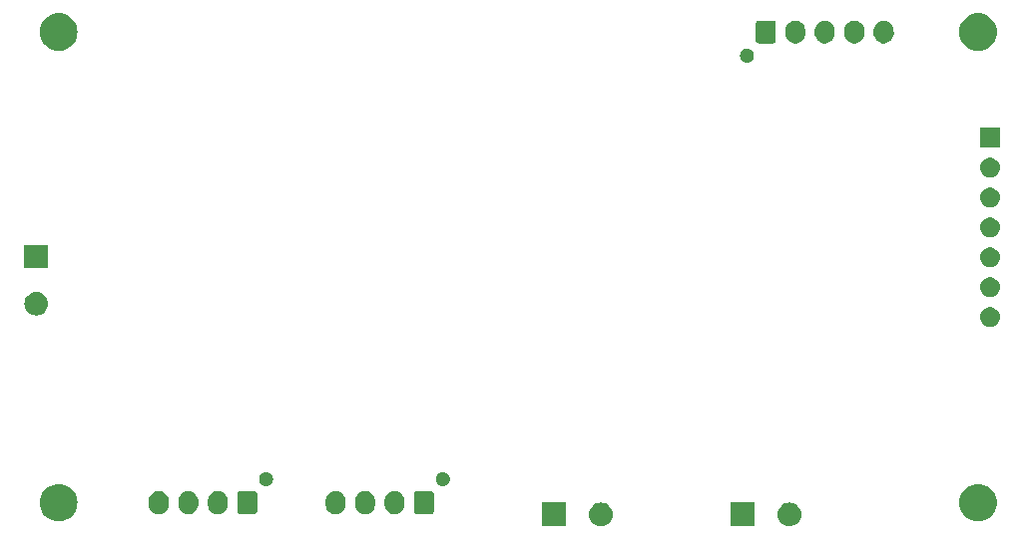
<source format=gbs>
%TF.GenerationSoftware,KiCad,Pcbnew,8.0.2*%
%TF.CreationDate,2024-12-26T16:34:37-05:00*%
%TF.ProjectId,Node Controller,4e6f6465-2043-46f6-9e74-726f6c6c6572,rev?*%
%TF.SameCoordinates,Original*%
%TF.FileFunction,Soldermask,Bot*%
%TF.FilePolarity,Negative*%
%FSLAX46Y46*%
G04 Gerber Fmt 4.6, Leading zero omitted, Abs format (unit mm)*
G04 Created by KiCad (PCBNEW 8.0.2) date 2024-12-26 16:34:37*
%MOMM*%
%LPD*%
G01*
G04 APERTURE LIST*
G04 APERTURE END LIST*
G36*
X151000000Y-90000000D02*
G01*
X149000000Y-90000000D01*
X149000000Y-88000000D01*
X151000000Y-88000000D01*
X151000000Y-90000000D01*
G37*
G36*
X154195090Y-88019215D02*
G01*
X154382683Y-88076120D01*
X154555570Y-88168530D01*
X154707107Y-88292893D01*
X154831470Y-88444430D01*
X154923880Y-88617317D01*
X154980785Y-88804910D01*
X155000000Y-89000000D01*
X154980785Y-89195090D01*
X154923880Y-89382683D01*
X154831470Y-89555570D01*
X154707107Y-89707107D01*
X154555570Y-89831470D01*
X154382683Y-89923880D01*
X154195090Y-89980785D01*
X154000000Y-90000000D01*
X153804910Y-89980785D01*
X153617317Y-89923880D01*
X153444430Y-89831470D01*
X153292893Y-89707107D01*
X153168530Y-89555570D01*
X153076120Y-89382683D01*
X153019215Y-89195090D01*
X153000000Y-89000000D01*
X153019215Y-88804910D01*
X153076120Y-88617317D01*
X153168530Y-88444430D01*
X153292893Y-88292893D01*
X153444430Y-88168530D01*
X153617317Y-88076120D01*
X153804910Y-88019215D01*
X154000000Y-88000000D01*
X154195090Y-88019215D01*
G37*
G36*
X167000000Y-90000000D02*
G01*
X165000000Y-90000000D01*
X165000000Y-88000000D01*
X167000000Y-88000000D01*
X167000000Y-90000000D01*
G37*
G36*
X170195090Y-88019215D02*
G01*
X170382683Y-88076120D01*
X170555570Y-88168530D01*
X170707107Y-88292893D01*
X170831470Y-88444430D01*
X170923880Y-88617317D01*
X170980785Y-88804910D01*
X171000000Y-89000000D01*
X170980785Y-89195090D01*
X170923880Y-89382683D01*
X170831470Y-89555570D01*
X170707107Y-89707107D01*
X170555570Y-89831470D01*
X170382683Y-89923880D01*
X170195090Y-89980785D01*
X170000000Y-90000000D01*
X169804910Y-89980785D01*
X169617317Y-89923880D01*
X169444430Y-89831470D01*
X169292893Y-89707107D01*
X169168530Y-89555570D01*
X169076120Y-89382683D01*
X169019215Y-89195090D01*
X169000000Y-89000000D01*
X169019215Y-88804910D01*
X169076120Y-88617317D01*
X169168530Y-88444430D01*
X169292893Y-88292893D01*
X169444430Y-88168530D01*
X169617317Y-88076120D01*
X169804910Y-88019215D01*
X170000000Y-88000000D01*
X170195090Y-88019215D01*
G37*
G36*
X108250295Y-86419699D02*
G01*
X108494427Y-86478310D01*
X108726385Y-86574390D01*
X108940456Y-86705573D01*
X109131371Y-86868629D01*
X109294427Y-87059544D01*
X109425610Y-87273615D01*
X109521690Y-87505573D01*
X109580301Y-87749705D01*
X109600000Y-88000000D01*
X109580301Y-88250295D01*
X109521690Y-88494427D01*
X109425610Y-88726385D01*
X109294427Y-88940456D01*
X109131371Y-89131371D01*
X108940456Y-89294427D01*
X108726385Y-89425610D01*
X108494427Y-89521690D01*
X108250295Y-89580301D01*
X108000000Y-89600000D01*
X107749705Y-89580301D01*
X107505573Y-89521690D01*
X107273615Y-89425610D01*
X107059544Y-89294427D01*
X106868629Y-89131371D01*
X106705573Y-88940456D01*
X106574390Y-88726385D01*
X106478310Y-88494427D01*
X106419699Y-88250295D01*
X106400000Y-88000000D01*
X106419699Y-87749705D01*
X106478310Y-87505573D01*
X106574390Y-87273615D01*
X106705573Y-87059544D01*
X106868629Y-86868629D01*
X107059544Y-86705573D01*
X107273615Y-86574390D01*
X107505573Y-86478310D01*
X107749705Y-86419699D01*
X108000000Y-86400000D01*
X108250295Y-86419699D01*
G37*
G36*
X186250295Y-86419699D02*
G01*
X186494427Y-86478310D01*
X186726385Y-86574390D01*
X186940456Y-86705573D01*
X187131371Y-86868629D01*
X187294427Y-87059544D01*
X187425610Y-87273615D01*
X187521690Y-87505573D01*
X187580301Y-87749705D01*
X187600000Y-88000000D01*
X187580301Y-88250295D01*
X187521690Y-88494427D01*
X187425610Y-88726385D01*
X187294427Y-88940456D01*
X187131371Y-89131371D01*
X186940456Y-89294427D01*
X186726385Y-89425610D01*
X186494427Y-89521690D01*
X186250295Y-89580301D01*
X186000000Y-89600000D01*
X185749705Y-89580301D01*
X185505573Y-89521690D01*
X185273615Y-89425610D01*
X185059544Y-89294427D01*
X184868629Y-89131371D01*
X184705573Y-88940456D01*
X184574390Y-88726385D01*
X184478310Y-88494427D01*
X184419699Y-88250295D01*
X184400000Y-88000000D01*
X184419699Y-87749705D01*
X184478310Y-87505573D01*
X184574390Y-87273615D01*
X184705573Y-87059544D01*
X184868629Y-86868629D01*
X185059544Y-86705573D01*
X185273615Y-86574390D01*
X185505573Y-86478310D01*
X185749705Y-86419699D01*
X186000000Y-86400000D01*
X186250295Y-86419699D01*
G37*
G36*
X124604047Y-87025805D02*
G01*
X124655408Y-87031764D01*
X124672954Y-87039511D01*
X124695671Y-87044030D01*
X124719991Y-87060280D01*
X124740793Y-87069465D01*
X124755000Y-87083672D01*
X124776777Y-87098223D01*
X124791327Y-87119999D01*
X124805534Y-87134206D01*
X124814718Y-87155006D01*
X124830970Y-87179329D01*
X124835489Y-87202048D01*
X124843235Y-87219591D01*
X124849192Y-87270940D01*
X124850000Y-87275000D01*
X124850000Y-88725000D01*
X124849192Y-88729059D01*
X124843235Y-88780408D01*
X124835489Y-88797950D01*
X124830970Y-88820671D01*
X124814716Y-88844995D01*
X124805534Y-88865793D01*
X124791329Y-88879997D01*
X124776777Y-88901777D01*
X124754997Y-88916329D01*
X124740793Y-88930534D01*
X124719995Y-88939716D01*
X124695671Y-88955970D01*
X124672950Y-88960489D01*
X124655408Y-88968235D01*
X124604061Y-88974192D01*
X124600000Y-88975000D01*
X123400000Y-88975000D01*
X123395941Y-88974192D01*
X123344591Y-88968235D01*
X123327048Y-88960489D01*
X123304329Y-88955970D01*
X123280006Y-88939718D01*
X123259206Y-88930534D01*
X123244999Y-88916327D01*
X123223223Y-88901777D01*
X123208672Y-88880000D01*
X123194465Y-88865793D01*
X123185280Y-88844991D01*
X123169030Y-88820671D01*
X123164511Y-88797954D01*
X123156764Y-88780408D01*
X123150805Y-88729049D01*
X123150000Y-88725000D01*
X123150000Y-87275000D01*
X123150804Y-87270953D01*
X123156764Y-87219591D01*
X123164511Y-87202043D01*
X123169030Y-87179329D01*
X123185278Y-87155010D01*
X123194465Y-87134206D01*
X123208674Y-87119996D01*
X123223223Y-87098223D01*
X123244996Y-87083674D01*
X123259206Y-87069465D01*
X123280010Y-87060278D01*
X123304329Y-87044030D01*
X123327043Y-87039511D01*
X123344591Y-87031764D01*
X123395952Y-87025805D01*
X123400000Y-87025000D01*
X124600000Y-87025000D01*
X124604047Y-87025805D01*
G37*
G36*
X139604047Y-87025805D02*
G01*
X139655408Y-87031764D01*
X139672954Y-87039511D01*
X139695671Y-87044030D01*
X139719991Y-87060280D01*
X139740793Y-87069465D01*
X139755000Y-87083672D01*
X139776777Y-87098223D01*
X139791327Y-87119999D01*
X139805534Y-87134206D01*
X139814718Y-87155006D01*
X139830970Y-87179329D01*
X139835489Y-87202048D01*
X139843235Y-87219591D01*
X139849192Y-87270940D01*
X139850000Y-87275000D01*
X139850000Y-88725000D01*
X139849192Y-88729059D01*
X139843235Y-88780408D01*
X139835489Y-88797950D01*
X139830970Y-88820671D01*
X139814716Y-88844995D01*
X139805534Y-88865793D01*
X139791329Y-88879997D01*
X139776777Y-88901777D01*
X139754997Y-88916329D01*
X139740793Y-88930534D01*
X139719995Y-88939716D01*
X139695671Y-88955970D01*
X139672950Y-88960489D01*
X139655408Y-88968235D01*
X139604061Y-88974192D01*
X139600000Y-88975000D01*
X138400000Y-88975000D01*
X138395941Y-88974192D01*
X138344591Y-88968235D01*
X138327048Y-88960489D01*
X138304329Y-88955970D01*
X138280006Y-88939718D01*
X138259206Y-88930534D01*
X138244999Y-88916327D01*
X138223223Y-88901777D01*
X138208672Y-88880000D01*
X138194465Y-88865793D01*
X138185280Y-88844991D01*
X138169030Y-88820671D01*
X138164511Y-88797954D01*
X138156764Y-88780408D01*
X138150805Y-88729049D01*
X138150000Y-88725000D01*
X138150000Y-87275000D01*
X138150804Y-87270953D01*
X138156764Y-87219591D01*
X138164511Y-87202043D01*
X138169030Y-87179329D01*
X138185278Y-87155010D01*
X138194465Y-87134206D01*
X138208674Y-87119996D01*
X138223223Y-87098223D01*
X138244996Y-87083674D01*
X138259206Y-87069465D01*
X138280010Y-87060278D01*
X138304329Y-87044030D01*
X138327043Y-87039511D01*
X138344591Y-87031764D01*
X138395952Y-87025805D01*
X138400000Y-87025000D01*
X139600000Y-87025000D01*
X139604047Y-87025805D01*
G37*
G36*
X116746742Y-87061601D02*
G01*
X116900687Y-87125367D01*
X117039234Y-87217941D01*
X117157059Y-87335766D01*
X117249633Y-87474313D01*
X117313399Y-87628258D01*
X117345907Y-87791685D01*
X117350000Y-88125000D01*
X117345907Y-88208315D01*
X117313399Y-88371742D01*
X117249633Y-88525687D01*
X117157059Y-88664234D01*
X117039234Y-88782059D01*
X116900687Y-88874633D01*
X116746742Y-88938399D01*
X116583315Y-88970907D01*
X116416685Y-88970907D01*
X116253258Y-88938399D01*
X116099313Y-88874633D01*
X115960766Y-88782059D01*
X115842941Y-88664234D01*
X115750367Y-88525687D01*
X115686601Y-88371742D01*
X115654093Y-88208315D01*
X115650000Y-87875000D01*
X115654093Y-87791685D01*
X115686601Y-87628258D01*
X115750367Y-87474313D01*
X115842941Y-87335766D01*
X115960766Y-87217941D01*
X116099313Y-87125367D01*
X116253258Y-87061601D01*
X116416685Y-87029093D01*
X116583315Y-87029093D01*
X116746742Y-87061601D01*
G37*
G36*
X119246742Y-87061601D02*
G01*
X119400687Y-87125367D01*
X119539234Y-87217941D01*
X119657059Y-87335766D01*
X119749633Y-87474313D01*
X119813399Y-87628258D01*
X119845907Y-87791685D01*
X119850000Y-88125000D01*
X119845907Y-88208315D01*
X119813399Y-88371742D01*
X119749633Y-88525687D01*
X119657059Y-88664234D01*
X119539234Y-88782059D01*
X119400687Y-88874633D01*
X119246742Y-88938399D01*
X119083315Y-88970907D01*
X118916685Y-88970907D01*
X118753258Y-88938399D01*
X118599313Y-88874633D01*
X118460766Y-88782059D01*
X118342941Y-88664234D01*
X118250367Y-88525687D01*
X118186601Y-88371742D01*
X118154093Y-88208315D01*
X118150000Y-87875000D01*
X118154093Y-87791685D01*
X118186601Y-87628258D01*
X118250367Y-87474313D01*
X118342941Y-87335766D01*
X118460766Y-87217941D01*
X118599313Y-87125367D01*
X118753258Y-87061601D01*
X118916685Y-87029093D01*
X119083315Y-87029093D01*
X119246742Y-87061601D01*
G37*
G36*
X121746742Y-87061601D02*
G01*
X121900687Y-87125367D01*
X122039234Y-87217941D01*
X122157059Y-87335766D01*
X122249633Y-87474313D01*
X122313399Y-87628258D01*
X122345907Y-87791685D01*
X122350000Y-88125000D01*
X122345907Y-88208315D01*
X122313399Y-88371742D01*
X122249633Y-88525687D01*
X122157059Y-88664234D01*
X122039234Y-88782059D01*
X121900687Y-88874633D01*
X121746742Y-88938399D01*
X121583315Y-88970907D01*
X121416685Y-88970907D01*
X121253258Y-88938399D01*
X121099313Y-88874633D01*
X120960766Y-88782059D01*
X120842941Y-88664234D01*
X120750367Y-88525687D01*
X120686601Y-88371742D01*
X120654093Y-88208315D01*
X120650000Y-87875000D01*
X120654093Y-87791685D01*
X120686601Y-87628258D01*
X120750367Y-87474313D01*
X120842941Y-87335766D01*
X120960766Y-87217941D01*
X121099313Y-87125367D01*
X121253258Y-87061601D01*
X121416685Y-87029093D01*
X121583315Y-87029093D01*
X121746742Y-87061601D01*
G37*
G36*
X131746742Y-87061601D02*
G01*
X131900687Y-87125367D01*
X132039234Y-87217941D01*
X132157059Y-87335766D01*
X132249633Y-87474313D01*
X132313399Y-87628258D01*
X132345907Y-87791685D01*
X132350000Y-88125000D01*
X132345907Y-88208315D01*
X132313399Y-88371742D01*
X132249633Y-88525687D01*
X132157059Y-88664234D01*
X132039234Y-88782059D01*
X131900687Y-88874633D01*
X131746742Y-88938399D01*
X131583315Y-88970907D01*
X131416685Y-88970907D01*
X131253258Y-88938399D01*
X131099313Y-88874633D01*
X130960766Y-88782059D01*
X130842941Y-88664234D01*
X130750367Y-88525687D01*
X130686601Y-88371742D01*
X130654093Y-88208315D01*
X130650000Y-87875000D01*
X130654093Y-87791685D01*
X130686601Y-87628258D01*
X130750367Y-87474313D01*
X130842941Y-87335766D01*
X130960766Y-87217941D01*
X131099313Y-87125367D01*
X131253258Y-87061601D01*
X131416685Y-87029093D01*
X131583315Y-87029093D01*
X131746742Y-87061601D01*
G37*
G36*
X134246742Y-87061601D02*
G01*
X134400687Y-87125367D01*
X134539234Y-87217941D01*
X134657059Y-87335766D01*
X134749633Y-87474313D01*
X134813399Y-87628258D01*
X134845907Y-87791685D01*
X134850000Y-88125000D01*
X134845907Y-88208315D01*
X134813399Y-88371742D01*
X134749633Y-88525687D01*
X134657059Y-88664234D01*
X134539234Y-88782059D01*
X134400687Y-88874633D01*
X134246742Y-88938399D01*
X134083315Y-88970907D01*
X133916685Y-88970907D01*
X133753258Y-88938399D01*
X133599313Y-88874633D01*
X133460766Y-88782059D01*
X133342941Y-88664234D01*
X133250367Y-88525687D01*
X133186601Y-88371742D01*
X133154093Y-88208315D01*
X133150000Y-87875000D01*
X133154093Y-87791685D01*
X133186601Y-87628258D01*
X133250367Y-87474313D01*
X133342941Y-87335766D01*
X133460766Y-87217941D01*
X133599313Y-87125367D01*
X133753258Y-87061601D01*
X133916685Y-87029093D01*
X134083315Y-87029093D01*
X134246742Y-87061601D01*
G37*
G36*
X136746742Y-87061601D02*
G01*
X136900687Y-87125367D01*
X137039234Y-87217941D01*
X137157059Y-87335766D01*
X137249633Y-87474313D01*
X137313399Y-87628258D01*
X137345907Y-87791685D01*
X137350000Y-88125000D01*
X137345907Y-88208315D01*
X137313399Y-88371742D01*
X137249633Y-88525687D01*
X137157059Y-88664234D01*
X137039234Y-88782059D01*
X136900687Y-88874633D01*
X136746742Y-88938399D01*
X136583315Y-88970907D01*
X136416685Y-88970907D01*
X136253258Y-88938399D01*
X136099313Y-88874633D01*
X135960766Y-88782059D01*
X135842941Y-88664234D01*
X135750367Y-88525687D01*
X135686601Y-88371742D01*
X135654093Y-88208315D01*
X135650000Y-87875000D01*
X135654093Y-87791685D01*
X135686601Y-87628258D01*
X135750367Y-87474313D01*
X135842941Y-87335766D01*
X135960766Y-87217941D01*
X136099313Y-87125367D01*
X136253258Y-87061601D01*
X136416685Y-87029093D01*
X136583315Y-87029093D01*
X136746742Y-87061601D01*
G37*
G36*
X125635995Y-85404739D02*
G01*
X125672278Y-85404739D01*
X125713880Y-85414993D01*
X125755291Y-85420445D01*
X125783638Y-85432186D01*
X125812632Y-85439333D01*
X125856591Y-85462404D01*
X125900000Y-85480385D01*
X125919804Y-85495581D01*
X125940629Y-85506511D01*
X125983202Y-85544228D01*
X126024264Y-85575736D01*
X126035935Y-85590946D01*
X126048832Y-85602372D01*
X126085821Y-85655959D01*
X126119615Y-85700000D01*
X126124707Y-85712293D01*
X126130948Y-85721335D01*
X126158020Y-85792719D01*
X126179555Y-85844709D01*
X126180521Y-85852050D01*
X126182209Y-85856500D01*
X126195278Y-85964140D01*
X126200000Y-86000000D01*
X126195278Y-86035862D01*
X126182209Y-86143499D01*
X126180521Y-86147947D01*
X126179555Y-86155291D01*
X126158015Y-86207291D01*
X126130948Y-86278664D01*
X126124708Y-86287703D01*
X126119615Y-86300000D01*
X126085814Y-86344049D01*
X126048832Y-86397627D01*
X126035937Y-86409050D01*
X126024264Y-86424264D01*
X125983194Y-86455777D01*
X125940629Y-86493488D01*
X125919808Y-86504415D01*
X125900000Y-86519615D01*
X125856582Y-86537598D01*
X125812632Y-86560666D01*
X125783642Y-86567811D01*
X125755291Y-86579555D01*
X125713877Y-86585007D01*
X125672278Y-86595261D01*
X125635995Y-86595261D01*
X125600000Y-86600000D01*
X125564005Y-86595261D01*
X125527722Y-86595261D01*
X125486121Y-86585007D01*
X125444709Y-86579555D01*
X125416358Y-86567811D01*
X125387367Y-86560666D01*
X125343412Y-86537596D01*
X125300000Y-86519615D01*
X125280193Y-86504417D01*
X125259370Y-86493488D01*
X125216798Y-86455772D01*
X125175736Y-86424264D01*
X125164064Y-86409053D01*
X125151167Y-86397627D01*
X125114175Y-86344036D01*
X125080385Y-86300000D01*
X125075293Y-86287707D01*
X125069051Y-86278664D01*
X125041972Y-86207262D01*
X125020445Y-86155291D01*
X125019478Y-86147951D01*
X125017790Y-86143499D01*
X125004708Y-86035764D01*
X125000000Y-86000000D01*
X125004708Y-85964238D01*
X125017790Y-85856500D01*
X125019478Y-85852046D01*
X125020445Y-85844709D01*
X125041967Y-85792748D01*
X125069051Y-85721335D01*
X125075294Y-85712290D01*
X125080385Y-85700000D01*
X125114168Y-85655972D01*
X125151167Y-85602372D01*
X125164066Y-85590943D01*
X125175736Y-85575736D01*
X125216789Y-85544234D01*
X125259370Y-85506511D01*
X125280197Y-85495579D01*
X125300000Y-85480385D01*
X125343403Y-85462406D01*
X125387367Y-85439333D01*
X125416363Y-85432186D01*
X125444709Y-85420445D01*
X125486118Y-85414993D01*
X125527722Y-85404739D01*
X125564005Y-85404739D01*
X125600000Y-85400000D01*
X125635995Y-85404739D01*
G37*
G36*
X140635995Y-85404739D02*
G01*
X140672278Y-85404739D01*
X140713880Y-85414993D01*
X140755291Y-85420445D01*
X140783638Y-85432186D01*
X140812632Y-85439333D01*
X140856591Y-85462404D01*
X140900000Y-85480385D01*
X140919804Y-85495581D01*
X140940629Y-85506511D01*
X140983202Y-85544228D01*
X141024264Y-85575736D01*
X141035935Y-85590946D01*
X141048832Y-85602372D01*
X141085821Y-85655959D01*
X141119615Y-85700000D01*
X141124707Y-85712293D01*
X141130948Y-85721335D01*
X141158020Y-85792719D01*
X141179555Y-85844709D01*
X141180521Y-85852050D01*
X141182209Y-85856500D01*
X141195278Y-85964140D01*
X141200000Y-86000000D01*
X141195278Y-86035862D01*
X141182209Y-86143499D01*
X141180521Y-86147947D01*
X141179555Y-86155291D01*
X141158015Y-86207291D01*
X141130948Y-86278664D01*
X141124708Y-86287703D01*
X141119615Y-86300000D01*
X141085814Y-86344049D01*
X141048832Y-86397627D01*
X141035937Y-86409050D01*
X141024264Y-86424264D01*
X140983194Y-86455777D01*
X140940629Y-86493488D01*
X140919808Y-86504415D01*
X140900000Y-86519615D01*
X140856582Y-86537598D01*
X140812632Y-86560666D01*
X140783642Y-86567811D01*
X140755291Y-86579555D01*
X140713877Y-86585007D01*
X140672278Y-86595261D01*
X140635995Y-86595261D01*
X140600000Y-86600000D01*
X140564005Y-86595261D01*
X140527722Y-86595261D01*
X140486121Y-86585007D01*
X140444709Y-86579555D01*
X140416358Y-86567811D01*
X140387367Y-86560666D01*
X140343412Y-86537596D01*
X140300000Y-86519615D01*
X140280193Y-86504417D01*
X140259370Y-86493488D01*
X140216798Y-86455772D01*
X140175736Y-86424264D01*
X140164064Y-86409053D01*
X140151167Y-86397627D01*
X140114175Y-86344036D01*
X140080385Y-86300000D01*
X140075293Y-86287707D01*
X140069051Y-86278664D01*
X140041972Y-86207262D01*
X140020445Y-86155291D01*
X140019478Y-86147951D01*
X140017790Y-86143499D01*
X140004708Y-86035764D01*
X140000000Y-86000000D01*
X140004708Y-85964238D01*
X140017790Y-85856500D01*
X140019478Y-85852046D01*
X140020445Y-85844709D01*
X140041967Y-85792748D01*
X140069051Y-85721335D01*
X140075294Y-85712290D01*
X140080385Y-85700000D01*
X140114168Y-85655972D01*
X140151167Y-85602372D01*
X140164066Y-85590943D01*
X140175736Y-85575736D01*
X140216789Y-85544234D01*
X140259370Y-85506511D01*
X140280197Y-85495579D01*
X140300000Y-85480385D01*
X140343403Y-85462406D01*
X140387367Y-85439333D01*
X140416363Y-85432186D01*
X140444709Y-85420445D01*
X140486118Y-85414993D01*
X140527722Y-85404739D01*
X140564005Y-85404739D01*
X140600000Y-85400000D01*
X140635995Y-85404739D01*
G37*
G36*
X187262664Y-71431602D02*
G01*
X187425000Y-71503878D01*
X187568761Y-71608327D01*
X187687664Y-71740383D01*
X187776514Y-71894274D01*
X187831425Y-72063275D01*
X187850000Y-72240000D01*
X187831425Y-72416725D01*
X187776514Y-72585726D01*
X187687664Y-72739617D01*
X187568761Y-72871673D01*
X187425000Y-72976122D01*
X187262664Y-73048398D01*
X187088849Y-73085344D01*
X186911151Y-73085344D01*
X186737336Y-73048398D01*
X186575000Y-72976122D01*
X186431239Y-72871673D01*
X186312336Y-72739617D01*
X186223486Y-72585726D01*
X186168575Y-72416725D01*
X186150000Y-72240000D01*
X186168575Y-72063275D01*
X186223486Y-71894274D01*
X186312336Y-71740383D01*
X186431239Y-71608327D01*
X186575000Y-71503878D01*
X186737336Y-71431602D01*
X186911151Y-71394656D01*
X187088849Y-71394656D01*
X187262664Y-71431602D01*
G37*
G36*
X106295090Y-70119215D02*
G01*
X106482683Y-70176120D01*
X106655570Y-70268530D01*
X106807107Y-70392893D01*
X106931470Y-70544430D01*
X107023880Y-70717317D01*
X107080785Y-70904910D01*
X107100000Y-71100000D01*
X107080785Y-71295090D01*
X107023880Y-71482683D01*
X106931470Y-71655570D01*
X106807107Y-71807107D01*
X106655570Y-71931470D01*
X106482683Y-72023880D01*
X106295090Y-72080785D01*
X106100000Y-72100000D01*
X105904910Y-72080785D01*
X105717317Y-72023880D01*
X105544430Y-71931470D01*
X105392893Y-71807107D01*
X105268530Y-71655570D01*
X105176120Y-71482683D01*
X105119215Y-71295090D01*
X105100000Y-71100000D01*
X105119215Y-70904910D01*
X105176120Y-70717317D01*
X105268530Y-70544430D01*
X105392893Y-70392893D01*
X105544430Y-70268530D01*
X105717317Y-70176120D01*
X105904910Y-70119215D01*
X106100000Y-70100000D01*
X106295090Y-70119215D01*
G37*
G36*
X187262664Y-68891602D02*
G01*
X187425000Y-68963878D01*
X187568761Y-69068327D01*
X187687664Y-69200383D01*
X187776514Y-69354274D01*
X187831425Y-69523275D01*
X187850000Y-69700000D01*
X187831425Y-69876725D01*
X187776514Y-70045726D01*
X187687664Y-70199617D01*
X187568761Y-70331673D01*
X187425000Y-70436122D01*
X187262664Y-70508398D01*
X187088849Y-70545344D01*
X186911151Y-70545344D01*
X186737336Y-70508398D01*
X186575000Y-70436122D01*
X186431239Y-70331673D01*
X186312336Y-70199617D01*
X186223486Y-70045726D01*
X186168575Y-69876725D01*
X186150000Y-69700000D01*
X186168575Y-69523275D01*
X186223486Y-69354274D01*
X186312336Y-69200383D01*
X186431239Y-69068327D01*
X186575000Y-68963878D01*
X186737336Y-68891602D01*
X186911151Y-68854656D01*
X187088849Y-68854656D01*
X187262664Y-68891602D01*
G37*
G36*
X107100000Y-68100000D02*
G01*
X105100000Y-68100000D01*
X105100000Y-66100000D01*
X107100000Y-66100000D01*
X107100000Y-68100000D01*
G37*
G36*
X187262664Y-66351602D02*
G01*
X187425000Y-66423878D01*
X187568761Y-66528327D01*
X187687664Y-66660383D01*
X187776514Y-66814274D01*
X187831425Y-66983275D01*
X187850000Y-67160000D01*
X187831425Y-67336725D01*
X187776514Y-67505726D01*
X187687664Y-67659617D01*
X187568761Y-67791673D01*
X187425000Y-67896122D01*
X187262664Y-67968398D01*
X187088849Y-68005344D01*
X186911151Y-68005344D01*
X186737336Y-67968398D01*
X186575000Y-67896122D01*
X186431239Y-67791673D01*
X186312336Y-67659617D01*
X186223486Y-67505726D01*
X186168575Y-67336725D01*
X186150000Y-67160000D01*
X186168575Y-66983275D01*
X186223486Y-66814274D01*
X186312336Y-66660383D01*
X186431239Y-66528327D01*
X186575000Y-66423878D01*
X186737336Y-66351602D01*
X186911151Y-66314656D01*
X187088849Y-66314656D01*
X187262664Y-66351602D01*
G37*
G36*
X187262664Y-63811602D02*
G01*
X187425000Y-63883878D01*
X187568761Y-63988327D01*
X187687664Y-64120383D01*
X187776514Y-64274274D01*
X187831425Y-64443275D01*
X187850000Y-64620000D01*
X187831425Y-64796725D01*
X187776514Y-64965726D01*
X187687664Y-65119617D01*
X187568761Y-65251673D01*
X187425000Y-65356122D01*
X187262664Y-65428398D01*
X187088849Y-65465344D01*
X186911151Y-65465344D01*
X186737336Y-65428398D01*
X186575000Y-65356122D01*
X186431239Y-65251673D01*
X186312336Y-65119617D01*
X186223486Y-64965726D01*
X186168575Y-64796725D01*
X186150000Y-64620000D01*
X186168575Y-64443275D01*
X186223486Y-64274274D01*
X186312336Y-64120383D01*
X186431239Y-63988327D01*
X186575000Y-63883878D01*
X186737336Y-63811602D01*
X186911151Y-63774656D01*
X187088849Y-63774656D01*
X187262664Y-63811602D01*
G37*
G36*
X187262664Y-61271602D02*
G01*
X187425000Y-61343878D01*
X187568761Y-61448327D01*
X187687664Y-61580383D01*
X187776514Y-61734274D01*
X187831425Y-61903275D01*
X187850000Y-62080000D01*
X187831425Y-62256725D01*
X187776514Y-62425726D01*
X187687664Y-62579617D01*
X187568761Y-62711673D01*
X187425000Y-62816122D01*
X187262664Y-62888398D01*
X187088849Y-62925344D01*
X186911151Y-62925344D01*
X186737336Y-62888398D01*
X186575000Y-62816122D01*
X186431239Y-62711673D01*
X186312336Y-62579617D01*
X186223486Y-62425726D01*
X186168575Y-62256725D01*
X186150000Y-62080000D01*
X186168575Y-61903275D01*
X186223486Y-61734274D01*
X186312336Y-61580383D01*
X186431239Y-61448327D01*
X186575000Y-61343878D01*
X186737336Y-61271602D01*
X186911151Y-61234656D01*
X187088849Y-61234656D01*
X187262664Y-61271602D01*
G37*
G36*
X187262664Y-58731602D02*
G01*
X187425000Y-58803878D01*
X187568761Y-58908327D01*
X187687664Y-59040383D01*
X187776514Y-59194274D01*
X187831425Y-59363275D01*
X187850000Y-59540000D01*
X187831425Y-59716725D01*
X187776514Y-59885726D01*
X187687664Y-60039617D01*
X187568761Y-60171673D01*
X187425000Y-60276122D01*
X187262664Y-60348398D01*
X187088849Y-60385344D01*
X186911151Y-60385344D01*
X186737336Y-60348398D01*
X186575000Y-60276122D01*
X186431239Y-60171673D01*
X186312336Y-60039617D01*
X186223486Y-59885726D01*
X186168575Y-59716725D01*
X186150000Y-59540000D01*
X186168575Y-59363275D01*
X186223486Y-59194274D01*
X186312336Y-59040383D01*
X186431239Y-58908327D01*
X186575000Y-58803878D01*
X186737336Y-58731602D01*
X186911151Y-58694656D01*
X187088849Y-58694656D01*
X187262664Y-58731602D01*
G37*
G36*
X187850000Y-57850000D02*
G01*
X186150000Y-57850000D01*
X186150000Y-56150000D01*
X187850000Y-56150000D01*
X187850000Y-57850000D01*
G37*
G36*
X166435995Y-49404739D02*
G01*
X166472278Y-49404739D01*
X166513880Y-49414993D01*
X166555291Y-49420445D01*
X166583638Y-49432186D01*
X166612632Y-49439333D01*
X166656591Y-49462404D01*
X166700000Y-49480385D01*
X166719804Y-49495581D01*
X166740629Y-49506511D01*
X166783202Y-49544228D01*
X166824264Y-49575736D01*
X166835935Y-49590946D01*
X166848832Y-49602372D01*
X166885821Y-49655959D01*
X166919615Y-49700000D01*
X166924707Y-49712293D01*
X166930948Y-49721335D01*
X166958020Y-49792719D01*
X166979555Y-49844709D01*
X166980521Y-49852050D01*
X166982209Y-49856500D01*
X166995278Y-49964140D01*
X167000000Y-50000000D01*
X166995278Y-50035862D01*
X166982209Y-50143499D01*
X166980521Y-50147947D01*
X166979555Y-50155291D01*
X166958015Y-50207291D01*
X166930948Y-50278664D01*
X166924708Y-50287703D01*
X166919615Y-50300000D01*
X166885814Y-50344049D01*
X166848832Y-50397627D01*
X166835937Y-50409050D01*
X166824264Y-50424264D01*
X166783194Y-50455777D01*
X166740629Y-50493488D01*
X166719808Y-50504415D01*
X166700000Y-50519615D01*
X166656582Y-50537598D01*
X166612632Y-50560666D01*
X166583642Y-50567811D01*
X166555291Y-50579555D01*
X166513877Y-50585007D01*
X166472278Y-50595261D01*
X166435995Y-50595261D01*
X166400000Y-50600000D01*
X166364005Y-50595261D01*
X166327722Y-50595261D01*
X166286121Y-50585007D01*
X166244709Y-50579555D01*
X166216358Y-50567811D01*
X166187367Y-50560666D01*
X166143412Y-50537596D01*
X166100000Y-50519615D01*
X166080193Y-50504417D01*
X166059370Y-50493488D01*
X166016798Y-50455772D01*
X165975736Y-50424264D01*
X165964064Y-50409053D01*
X165951167Y-50397627D01*
X165914175Y-50344036D01*
X165880385Y-50300000D01*
X165875293Y-50287707D01*
X165869051Y-50278664D01*
X165841972Y-50207262D01*
X165820445Y-50155291D01*
X165819478Y-50147951D01*
X165817790Y-50143499D01*
X165804708Y-50035764D01*
X165800000Y-50000000D01*
X165804708Y-49964238D01*
X165817790Y-49856500D01*
X165819478Y-49852046D01*
X165820445Y-49844709D01*
X165841967Y-49792748D01*
X165869051Y-49721335D01*
X165875294Y-49712290D01*
X165880385Y-49700000D01*
X165914168Y-49655972D01*
X165951167Y-49602372D01*
X165964066Y-49590943D01*
X165975736Y-49575736D01*
X166016789Y-49544234D01*
X166059370Y-49506511D01*
X166080197Y-49495579D01*
X166100000Y-49480385D01*
X166143403Y-49462406D01*
X166187367Y-49439333D01*
X166216363Y-49432186D01*
X166244709Y-49420445D01*
X166286118Y-49414993D01*
X166327722Y-49404739D01*
X166364005Y-49404739D01*
X166400000Y-49400000D01*
X166435995Y-49404739D01*
G37*
G36*
X108250295Y-46419699D02*
G01*
X108494427Y-46478310D01*
X108726385Y-46574390D01*
X108940456Y-46705573D01*
X109131371Y-46868629D01*
X109294427Y-47059544D01*
X109425610Y-47273615D01*
X109521690Y-47505573D01*
X109580301Y-47749705D01*
X109600000Y-48000000D01*
X109580301Y-48250295D01*
X109521690Y-48494427D01*
X109425610Y-48726385D01*
X109294427Y-48940456D01*
X109131371Y-49131371D01*
X108940456Y-49294427D01*
X108726385Y-49425610D01*
X108494427Y-49521690D01*
X108250295Y-49580301D01*
X108000000Y-49600000D01*
X107749705Y-49580301D01*
X107505573Y-49521690D01*
X107273615Y-49425610D01*
X107059544Y-49294427D01*
X106868629Y-49131371D01*
X106705573Y-48940456D01*
X106574390Y-48726385D01*
X106478310Y-48494427D01*
X106419699Y-48250295D01*
X106400000Y-48000000D01*
X106419699Y-47749705D01*
X106478310Y-47505573D01*
X106574390Y-47273615D01*
X106705573Y-47059544D01*
X106868629Y-46868629D01*
X107059544Y-46705573D01*
X107273615Y-46574390D01*
X107505573Y-46478310D01*
X107749705Y-46419699D01*
X108000000Y-46400000D01*
X108250295Y-46419699D01*
G37*
G36*
X186250295Y-46419699D02*
G01*
X186494427Y-46478310D01*
X186726385Y-46574390D01*
X186940456Y-46705573D01*
X187131371Y-46868629D01*
X187294427Y-47059544D01*
X187425610Y-47273615D01*
X187521690Y-47505573D01*
X187580301Y-47749705D01*
X187600000Y-48000000D01*
X187580301Y-48250295D01*
X187521690Y-48494427D01*
X187425610Y-48726385D01*
X187294427Y-48940456D01*
X187131371Y-49131371D01*
X186940456Y-49294427D01*
X186726385Y-49425610D01*
X186494427Y-49521690D01*
X186250295Y-49580301D01*
X186000000Y-49600000D01*
X185749705Y-49580301D01*
X185505573Y-49521690D01*
X185273615Y-49425610D01*
X185059544Y-49294427D01*
X184868629Y-49131371D01*
X184705573Y-48940456D01*
X184574390Y-48726385D01*
X184478310Y-48494427D01*
X184419699Y-48250295D01*
X184400000Y-48000000D01*
X184419699Y-47749705D01*
X184478310Y-47505573D01*
X184574390Y-47273615D01*
X184705573Y-47059544D01*
X184868629Y-46868629D01*
X185059544Y-46705573D01*
X185273615Y-46574390D01*
X185505573Y-46478310D01*
X185749705Y-46419699D01*
X186000000Y-46400000D01*
X186250295Y-46419699D01*
G37*
G36*
X168604047Y-47025805D02*
G01*
X168655408Y-47031764D01*
X168672954Y-47039511D01*
X168695671Y-47044030D01*
X168719991Y-47060280D01*
X168740793Y-47069465D01*
X168755000Y-47083672D01*
X168776777Y-47098223D01*
X168791327Y-47119999D01*
X168805534Y-47134206D01*
X168814718Y-47155006D01*
X168830970Y-47179329D01*
X168835489Y-47202048D01*
X168843235Y-47219591D01*
X168849192Y-47270940D01*
X168850000Y-47275000D01*
X168850000Y-48725000D01*
X168849192Y-48729059D01*
X168843235Y-48780408D01*
X168835489Y-48797950D01*
X168830970Y-48820671D01*
X168814716Y-48844995D01*
X168805534Y-48865793D01*
X168791329Y-48879997D01*
X168776777Y-48901777D01*
X168754997Y-48916329D01*
X168740793Y-48930534D01*
X168719995Y-48939716D01*
X168695671Y-48955970D01*
X168672950Y-48960489D01*
X168655408Y-48968235D01*
X168604061Y-48974192D01*
X168600000Y-48975000D01*
X167400000Y-48975000D01*
X167395941Y-48974192D01*
X167344591Y-48968235D01*
X167327048Y-48960489D01*
X167304329Y-48955970D01*
X167280006Y-48939718D01*
X167259206Y-48930534D01*
X167244999Y-48916327D01*
X167223223Y-48901777D01*
X167208672Y-48880000D01*
X167194465Y-48865793D01*
X167185280Y-48844991D01*
X167169030Y-48820671D01*
X167164511Y-48797954D01*
X167156764Y-48780408D01*
X167150805Y-48729049D01*
X167150000Y-48725000D01*
X167150000Y-47275000D01*
X167150804Y-47270953D01*
X167156764Y-47219591D01*
X167164511Y-47202043D01*
X167169030Y-47179329D01*
X167185278Y-47155010D01*
X167194465Y-47134206D01*
X167208674Y-47119996D01*
X167223223Y-47098223D01*
X167244996Y-47083674D01*
X167259206Y-47069465D01*
X167280010Y-47060278D01*
X167304329Y-47044030D01*
X167327043Y-47039511D01*
X167344591Y-47031764D01*
X167395952Y-47025805D01*
X167400000Y-47025000D01*
X168600000Y-47025000D01*
X168604047Y-47025805D01*
G37*
G36*
X170746742Y-47061601D02*
G01*
X170900687Y-47125367D01*
X171039234Y-47217941D01*
X171157059Y-47335766D01*
X171249633Y-47474313D01*
X171313399Y-47628258D01*
X171345907Y-47791685D01*
X171350000Y-48125000D01*
X171345907Y-48208315D01*
X171313399Y-48371742D01*
X171249633Y-48525687D01*
X171157059Y-48664234D01*
X171039234Y-48782059D01*
X170900687Y-48874633D01*
X170746742Y-48938399D01*
X170583315Y-48970907D01*
X170416685Y-48970907D01*
X170253258Y-48938399D01*
X170099313Y-48874633D01*
X169960766Y-48782059D01*
X169842941Y-48664234D01*
X169750367Y-48525687D01*
X169686601Y-48371742D01*
X169654093Y-48208315D01*
X169650000Y-47875000D01*
X169654093Y-47791685D01*
X169686601Y-47628258D01*
X169750367Y-47474313D01*
X169842941Y-47335766D01*
X169960766Y-47217941D01*
X170099313Y-47125367D01*
X170253258Y-47061601D01*
X170416685Y-47029093D01*
X170583315Y-47029093D01*
X170746742Y-47061601D01*
G37*
G36*
X173246742Y-47061601D02*
G01*
X173400687Y-47125367D01*
X173539234Y-47217941D01*
X173657059Y-47335766D01*
X173749633Y-47474313D01*
X173813399Y-47628258D01*
X173845907Y-47791685D01*
X173850000Y-48125000D01*
X173845907Y-48208315D01*
X173813399Y-48371742D01*
X173749633Y-48525687D01*
X173657059Y-48664234D01*
X173539234Y-48782059D01*
X173400687Y-48874633D01*
X173246742Y-48938399D01*
X173083315Y-48970907D01*
X172916685Y-48970907D01*
X172753258Y-48938399D01*
X172599313Y-48874633D01*
X172460766Y-48782059D01*
X172342941Y-48664234D01*
X172250367Y-48525687D01*
X172186601Y-48371742D01*
X172154093Y-48208315D01*
X172150000Y-47875000D01*
X172154093Y-47791685D01*
X172186601Y-47628258D01*
X172250367Y-47474313D01*
X172342941Y-47335766D01*
X172460766Y-47217941D01*
X172599313Y-47125367D01*
X172753258Y-47061601D01*
X172916685Y-47029093D01*
X173083315Y-47029093D01*
X173246742Y-47061601D01*
G37*
G36*
X175746742Y-47061601D02*
G01*
X175900687Y-47125367D01*
X176039234Y-47217941D01*
X176157059Y-47335766D01*
X176249633Y-47474313D01*
X176313399Y-47628258D01*
X176345907Y-47791685D01*
X176350000Y-48125000D01*
X176345907Y-48208315D01*
X176313399Y-48371742D01*
X176249633Y-48525687D01*
X176157059Y-48664234D01*
X176039234Y-48782059D01*
X175900687Y-48874633D01*
X175746742Y-48938399D01*
X175583315Y-48970907D01*
X175416685Y-48970907D01*
X175253258Y-48938399D01*
X175099313Y-48874633D01*
X174960766Y-48782059D01*
X174842941Y-48664234D01*
X174750367Y-48525687D01*
X174686601Y-48371742D01*
X174654093Y-48208315D01*
X174650000Y-47875000D01*
X174654093Y-47791685D01*
X174686601Y-47628258D01*
X174750367Y-47474313D01*
X174842941Y-47335766D01*
X174960766Y-47217941D01*
X175099313Y-47125367D01*
X175253258Y-47061601D01*
X175416685Y-47029093D01*
X175583315Y-47029093D01*
X175746742Y-47061601D01*
G37*
G36*
X178246742Y-47061601D02*
G01*
X178400687Y-47125367D01*
X178539234Y-47217941D01*
X178657059Y-47335766D01*
X178749633Y-47474313D01*
X178813399Y-47628258D01*
X178845907Y-47791685D01*
X178850000Y-48125000D01*
X178845907Y-48208315D01*
X178813399Y-48371742D01*
X178749633Y-48525687D01*
X178657059Y-48664234D01*
X178539234Y-48782059D01*
X178400687Y-48874633D01*
X178246742Y-48938399D01*
X178083315Y-48970907D01*
X177916685Y-48970907D01*
X177753258Y-48938399D01*
X177599313Y-48874633D01*
X177460766Y-48782059D01*
X177342941Y-48664234D01*
X177250367Y-48525687D01*
X177186601Y-48371742D01*
X177154093Y-48208315D01*
X177150000Y-47875000D01*
X177154093Y-47791685D01*
X177186601Y-47628258D01*
X177250367Y-47474313D01*
X177342941Y-47335766D01*
X177460766Y-47217941D01*
X177599313Y-47125367D01*
X177753258Y-47061601D01*
X177916685Y-47029093D01*
X178083315Y-47029093D01*
X178246742Y-47061601D01*
G37*
M02*

</source>
